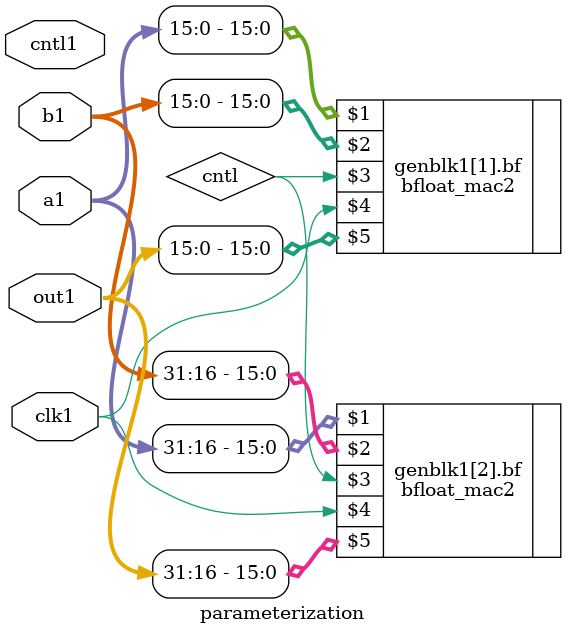
<source format=sv>
`timescale 1ns / 1ps


module parameterization #(parameter N=2)(a1,b1,cntl1,clk1,out1);
input bit[16*N-1:0]a1,b1;
input bit  clk1;
input bit  cntl1;
inout [16*N-1:0]out1;
genvar i;

generate
for(i=1;i<N+1;i++)
begin
bfloat_mac2 bf(a1[i*16-1:i*16-16],b1[i*16-1:i*16-16],cntl,clk1,out1[i*16-1:i*16-16]);
end
endgenerate


endmodule

</source>
